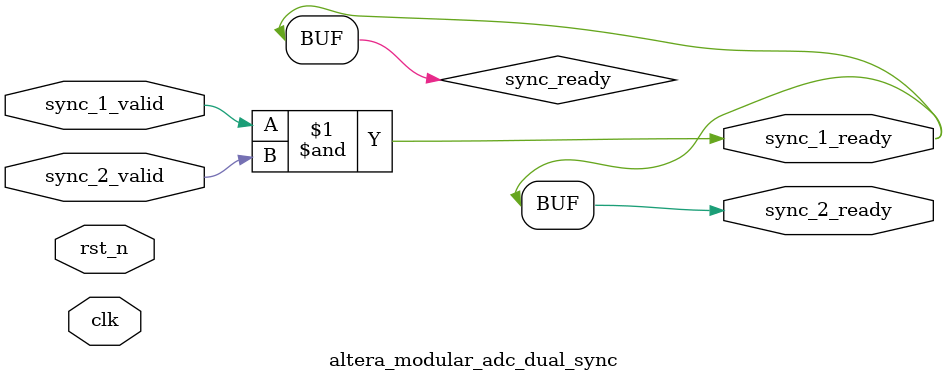
<source format=v>


`timescale 1ns / 1ps
// synthesis translate_on

module altera_modular_adc_dual_sync (
    input               clk,
    input               rst_n,
    input               sync_1_valid,
    input               sync_2_valid,
    output              sync_1_ready,
    output              sync_2_ready

);

wire    sync_ready;

assign sync_ready   = sync_1_valid & sync_2_valid;
assign sync_1_ready = sync_ready;
assign sync_2_ready = sync_ready;


endmodule

</source>
